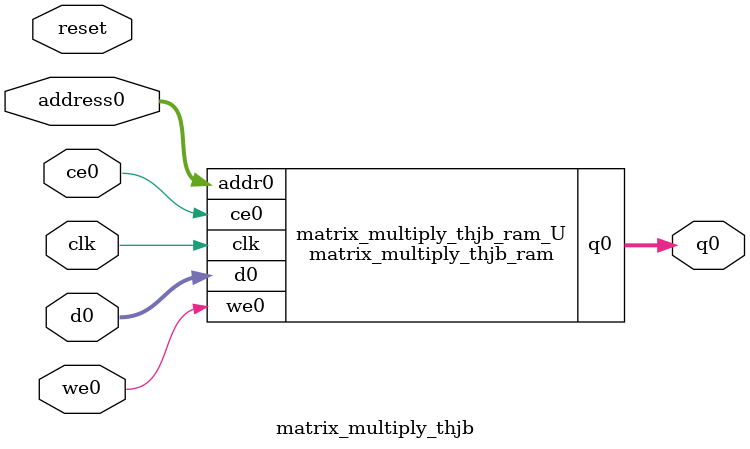
<source format=v>

`timescale 1 ns / 1 ps
module matrix_multiply_thjb_ram (addr0, ce0, d0, we0, q0,  clk);

parameter DWIDTH = 8;
parameter AWIDTH = 12;
parameter MEM_SIZE = 3520;

input[AWIDTH-1:0] addr0;
input ce0;
input[DWIDTH-1:0] d0;
input we0;
output reg[DWIDTH-1:0] q0;
input clk;

(* ram_style = "block" *)reg [DWIDTH-1:0] ram[0:MEM_SIZE-1];




always @(posedge clk)  
begin 
    if (ce0) 
    begin
        if (we0) 
        begin 
            ram[addr0] <= d0; 
            q0 <= d0;
        end 
        else 
            q0 <= ram[addr0];
    end
end


endmodule


`timescale 1 ns / 1 ps
module matrix_multiply_thjb(
    reset,
    clk,
    address0,
    ce0,
    we0,
    d0,
    q0);

parameter DataWidth = 32'd8;
parameter AddressRange = 32'd3520;
parameter AddressWidth = 32'd12;
input reset;
input clk;
input[AddressWidth - 1:0] address0;
input ce0;
input we0;
input[DataWidth - 1:0] d0;
output[DataWidth - 1:0] q0;



matrix_multiply_thjb_ram matrix_multiply_thjb_ram_U(
    .clk( clk ),
    .addr0( address0 ),
    .ce0( ce0 ),
    .we0( we0 ),
    .d0( d0 ),
    .q0( q0 ));

endmodule


</source>
